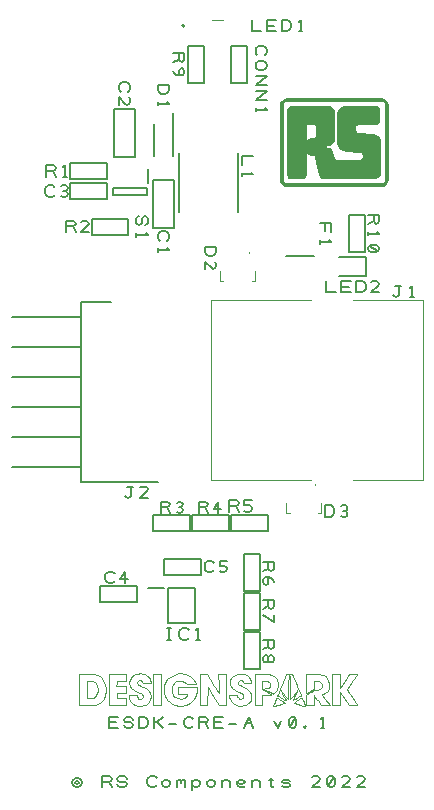
<source format=gbr>
G04 DesignSpark PCB PRO Gerber Version 10.0 Build 5299*
G04 #@! TF.Part,Single*
G04 #@! TF.FileFunction,Legend,Top*
G04 #@! TF.FilePolarity,Positive*
%FSLAX35Y35*%
%MOIN*%
%ADD13C,0.00300*%
%ADD14C,0.00394*%
%ADD10C,0.00500*%
%ADD11C,0.00787*%
%ADD12C,0.00800*%
G04 #@! TD.AperFunction*
X0Y0D02*
D02*
D10*
X18873Y203925D02*
X18561Y203612D01*
X17935Y203300D01*
X16998D01*
X16373Y203612D01*
X16061Y203925D01*
X15748Y204550D01*
Y205800D01*
X16061Y206425D01*
X16373Y206737D01*
X16998Y207050D01*
X17935D01*
X18561Y206737D01*
X18873Y206425D01*
X21061Y203612D02*
X21685Y203300D01*
X22311D01*
X22935Y203612D01*
X23248Y204237D01*
X22935Y204862D01*
X22311Y205175D01*
X21685D01*
X22311D02*
X22935Y205487D01*
X23248Y206112D01*
X22935Y206737D01*
X22311Y207050D01*
X21685D01*
X21061Y206737D01*
X16142Y209993D02*
Y213743D01*
X18329D01*
X18954Y213430D01*
X19267Y212805D01*
X18954Y212180D01*
X18329Y211868D01*
X16142D01*
X18329D02*
X19267Y209993D01*
X21767D02*
X23017D01*
X22392D02*
Y213743D01*
X21767Y213118D01*
X22835Y191489D02*
Y195239D01*
X25022D01*
X25647Y194926D01*
X25960Y194301D01*
X25647Y193676D01*
X25022Y193364D01*
X22835D01*
X25022D02*
X25960Y191489D01*
X30335D02*
X27835D01*
X30022Y193676D01*
X30335Y194301D01*
X30022Y194926D01*
X29397Y195239D01*
X28460D01*
X27835Y194926D01*
X24165Y202468D02*
Y207768D01*
X36465D01*
Y202468D01*
X24165D01*
Y209161D02*
Y214461D01*
X36465D01*
Y209161D01*
X24165D01*
X24803Y7699D02*
Y8012D01*
X25116Y8949D01*
X25428Y9262D01*
X26053Y9574D01*
X26678D01*
X27303Y9262D01*
X27616Y8949D01*
X27928Y8012D01*
Y7699D01*
X27616Y7074D01*
X27303Y6762D01*
X26678Y6449D01*
X26053D01*
X25428Y6762D01*
X25116Y7074D01*
X24803Y7699D01*
X26991D02*
X26366Y7387D01*
X25741Y7699D01*
Y8324D01*
X26366Y8637D01*
X26991Y8324D01*
X34803Y6449D02*
Y10199D01*
X36991D01*
X37616Y9887D01*
X37928Y9262D01*
X37616Y8637D01*
X36991Y8324D01*
X34803D01*
X36991D02*
X37928Y6449D01*
X39803Y7387D02*
X40116Y6762D01*
X40741Y6449D01*
X41991D01*
X42616Y6762D01*
X42928Y7387D01*
X42616Y8012D01*
X41991Y8324D01*
X40741D01*
X40116Y8637D01*
X39803Y9262D01*
X40116Y9887D01*
X40741Y10199D01*
X41991D01*
X42616Y9887D01*
X42928Y9262D01*
X52928Y7074D02*
X52616Y6762D01*
X51991Y6449D01*
X51053D01*
X50428Y6762D01*
X50116Y7074D01*
X49803Y7699D01*
Y8949D01*
X50116Y9574D01*
X50428Y9887D01*
X51053Y10199D01*
X51991D01*
X52616Y9887D01*
X52928Y9574D01*
X54803Y7387D02*
X55116Y6762D01*
X55741Y6449D01*
X56366D01*
X56991Y6762D01*
X57303Y7387D01*
Y8012D01*
X56991Y8637D01*
X56366Y8949D01*
X55741D01*
X55116Y8637D01*
X54803Y8012D01*
Y7387D01*
X59803Y6449D02*
Y8949D01*
Y8637D02*
X60116Y8949D01*
X60741D01*
X61053Y8637D01*
Y7699D01*
Y8637D02*
X61366Y8949D01*
X61991D01*
X62303Y8637D01*
Y6449D01*
X64803Y8949D02*
Y5512D01*
Y7387D02*
X65116Y6762D01*
X65741Y6449D01*
X66366D01*
X66991Y6762D01*
X67303Y7387D01*
Y8012D01*
X66991Y8637D01*
X66366Y8949D01*
X65741D01*
X65116Y8637D01*
X64803Y8012D01*
Y7387D01*
X69803D02*
X70116Y6762D01*
X70741Y6449D01*
X71366D01*
X71991Y6762D01*
X72303Y7387D01*
Y8012D01*
X71991Y8637D01*
X71366Y8949D01*
X70741D01*
X70116Y8637D01*
X69803Y8012D01*
Y7387D01*
X74803Y6449D02*
Y8949D01*
Y8012D02*
X75116Y8637D01*
X75741Y8949D01*
X76366D01*
X76991Y8637D01*
X77303Y8012D01*
Y6449D01*
X82303Y6762D02*
X81991Y6449D01*
X81366D01*
X80741D01*
X80116Y6762D01*
X79803Y7387D01*
Y8324D01*
X80116Y8637D01*
X80741Y8949D01*
X81366D01*
X81991Y8637D01*
X82303Y8324D01*
Y8012D01*
X81991Y7699D01*
X81366Y7387D01*
X80741D01*
X80116Y7699D01*
X79803Y8012D01*
X84803Y6449D02*
Y8949D01*
Y8012D02*
X85116Y8637D01*
X85741Y8949D01*
X86366D01*
X86991Y8637D01*
X87303Y8012D01*
Y6449D01*
X90324Y8949D02*
X91782D01*
X91053Y9574D02*
Y6762D01*
X91366Y6449D01*
X91678D01*
X91991Y6762D01*
X94803D02*
X95428Y6449D01*
X96678D01*
X97303Y6762D01*
Y7387D01*
X96678Y7699D01*
X95428D01*
X94803Y8012D01*
Y8637D01*
X95428Y8949D01*
X96678D01*
X97303Y8637D01*
X107303Y6449D02*
X104803D01*
X106991Y8637D01*
X107303Y9262D01*
X106991Y9887D01*
X106366Y10199D01*
X105428D01*
X104803Y9887D01*
X110116Y6762D02*
X110741Y6449D01*
X111366D01*
X111991Y6762D01*
X112303Y7387D01*
Y9262D01*
X111991Y9887D01*
X111366Y10199D01*
X110741D01*
X110116Y9887D01*
X109803Y9262D01*
Y7387D01*
X110116Y6762D01*
X111991Y9887D01*
X117303Y6449D02*
X114803D01*
X116991Y8637D01*
X117303Y9262D01*
X116991Y9887D01*
X116366Y10199D01*
X115428D01*
X114803Y9887D01*
X122303Y6449D02*
X119803D01*
X121991Y8637D01*
X122303Y9262D01*
X121991Y9887D01*
X121366Y10199D01*
X120428D01*
X119803Y9887D01*
X31252Y190657D02*
Y195957D01*
X43552D01*
Y190657D01*
X31252D01*
X38952Y75165D02*
X38639Y74852D01*
X38014Y74539D01*
X37077D01*
X36452Y74852D01*
X36139Y75165D01*
X35827Y75789D01*
Y77039D01*
X36139Y77665D01*
X36452Y77977D01*
X37077Y78289D01*
X38014D01*
X38639Y77977D01*
X38952Y77665D01*
X42389Y74539D02*
Y78289D01*
X40827Y75789D01*
X43327D01*
X37008Y26134D02*
Y29884D01*
X40133D01*
X39508Y28009D02*
X37008D01*
Y26134D02*
X40133D01*
X42008Y27072D02*
X42320Y26447D01*
X42945Y26134D01*
X44195D01*
X44820Y26447D01*
X45133Y27072D01*
X44820Y27697D01*
X44195Y28009D01*
X42945D01*
X42320Y28322D01*
X42008Y28947D01*
X42320Y29572D01*
X42945Y29884D01*
X44195D01*
X44820Y29572D01*
X45133Y28947D01*
X47008Y26134D02*
Y29884D01*
X48883D01*
X49508Y29572D01*
X49820Y29259D01*
X50133Y28634D01*
Y27384D01*
X49820Y26759D01*
X49508Y26447D01*
X48883Y26134D01*
X47008D01*
X52008D02*
Y29884D01*
Y28009D02*
X52945D01*
X55133Y29884D01*
X52945Y28009D02*
X55133Y26134D01*
X57008Y27384D02*
X59508D01*
X65133Y26759D02*
X64820Y26447D01*
X64195Y26134D01*
X63258D01*
X62633Y26447D01*
X62320Y26759D01*
X62008Y27384D01*
Y28634D01*
X62320Y29259D01*
X62633Y29572D01*
X63258Y29884D01*
X64195D01*
X64820Y29572D01*
X65133Y29259D01*
X67008Y26134D02*
Y29884D01*
X69195D01*
X69820Y29572D01*
X70133Y28947D01*
X69820Y28322D01*
X69195Y28009D01*
X67008D01*
X69195D02*
X70133Y26134D01*
X72008D02*
Y29884D01*
X75133D01*
X74508Y28009D02*
X72008D01*
Y26134D02*
X75133D01*
X77008Y27384D02*
X79508D01*
X82008Y26134D02*
X83570Y29884D01*
X85133Y26134D01*
X82633Y27697D02*
X84508D01*
X92008Y28634D02*
X93258Y26134D01*
X94508Y28634D01*
X97320Y26447D02*
X97945Y26134D01*
X98570D01*
X99195Y26447D01*
X99508Y27072D01*
Y28947D01*
X99195Y29572D01*
X98570Y29884D01*
X97945D01*
X97320Y29572D01*
X97008Y28947D01*
Y27072D01*
X97320Y26447D01*
X99195Y29572D01*
X102320Y26134D02*
X102633Y26447D01*
X102320Y26759D01*
X102008Y26447D01*
X102320Y26134D01*
X107633D02*
X108883D01*
X108258D02*
Y29884D01*
X107633Y29259D01*
X40933Y238213D02*
X40620Y238526D01*
X40307Y239151D01*
Y240089D01*
X40620Y240713D01*
X40933Y241026D01*
X41557Y241339D01*
X42807D01*
X43433Y241026D01*
X43745Y240713D01*
X44057Y240089D01*
Y239151D01*
X43745Y238526D01*
X43433Y238213D01*
X40307Y233839D02*
Y236339D01*
X42495Y234151D01*
X43120Y233839D01*
X43745Y234151D01*
X44057Y234776D01*
Y235713D01*
X43745Y236339D01*
X42520Y103531D02*
X42832Y103219D01*
X43457Y102906D01*
X44082Y103219D01*
X44395Y103531D01*
Y106656D01*
X45020D01*
X44395D02*
X43145D01*
X50020Y102906D02*
X47520D01*
X49707Y105094D01*
X50020Y105719D01*
X49707Y106344D01*
X49082Y106656D01*
X48145D01*
X47520Y106344D01*
X47151Y196850D02*
X46526Y196538D01*
X46213Y195913D01*
Y194663D01*
X46526Y194038D01*
X47151Y193725D01*
X47776Y194038D01*
X48088Y194663D01*
Y195913D01*
X48401Y196538D01*
X49026Y196850D01*
X49651Y196538D01*
X49963Y195913D01*
Y194663D01*
X49651Y194038D01*
X49026Y193725D01*
X46213Y191225D02*
Y189975D01*
Y190600D02*
X49963D01*
X49338Y191225D01*
X45626Y216409D02*
Y232409D01*
X38626D01*
Y216409D01*
X45626D01*
X46307Y73496D02*
Y68196D01*
X34007D01*
Y73496D01*
X46307D01*
X51618Y208787D02*
Y192787D01*
X58618D01*
Y208787D01*
X51618D01*
X51724Y91838D02*
Y97138D01*
X64024D01*
Y91838D01*
X51724D01*
X53925Y188607D02*
X53612Y188920D01*
X53300Y189545D01*
Y190482D01*
X53612Y191107D01*
X53925Y191420D01*
X54550Y191732D01*
X55800D01*
X56425Y191420D01*
X56737Y191107D01*
X57050Y190482D01*
Y189545D01*
X56737Y188920D01*
X56425Y188607D01*
X53300Y186107D02*
Y184857D01*
Y185482D02*
X57050D01*
X56425Y186107D01*
X53300Y240551D02*
X57050D01*
Y238676D01*
X56737Y238051D01*
X56425Y237739D01*
X55800Y237426D01*
X54550D01*
X53925Y237739D01*
X53612Y238051D01*
X53300Y238676D01*
Y240551D01*
Y234926D02*
Y233676D01*
Y234301D02*
X57050D01*
X56425Y234926D01*
X54311Y97862D02*
Y101612D01*
X56498D01*
X57123Y101300D01*
X57436Y100675D01*
X57123Y100050D01*
X56498Y99737D01*
X54311D01*
X56498D02*
X57436Y97862D01*
X59623Y98175D02*
X60248Y97862D01*
X60873D01*
X61498Y98175D01*
X61811Y98800D01*
X61498Y99425D01*
X60873Y99737D01*
X60248D01*
X60873D02*
X61498Y100050D01*
X61811Y100675D01*
X61498Y101300D01*
X60873Y101612D01*
X60248D01*
X59623Y101300D01*
X56375Y55662D02*
X57625D01*
X57000D02*
Y59412D01*
X56375D02*
X57625D01*
X63563Y56287D02*
X63250Y55974D01*
X62625Y55662D01*
X61687D01*
X61063Y55974D01*
X60750Y56287D01*
X60437Y56912D01*
Y58162D01*
X60750Y58787D01*
X61063Y59100D01*
X61687Y59412D01*
X62625D01*
X63250Y59100D01*
X63563Y58787D01*
X66063Y55662D02*
X67313D01*
X66687D02*
Y59412D01*
X66063Y58787D01*
X58418Y251181D02*
X62168D01*
Y248994D01*
X61856Y248369D01*
X61230Y248056D01*
X60606Y248369D01*
X60293Y248994D01*
Y251181D01*
Y248994D02*
X58418Y248056D01*
Y245244D02*
X58730Y244619D01*
X59356Y243994D01*
X60293Y243681D01*
X61230D01*
X61856Y243994D01*
X62168Y244619D01*
Y245244D01*
X61856Y245869D01*
X61230Y246181D01*
X60606Y245869D01*
X60293Y245244D01*
Y244619D01*
X60606Y243994D01*
X61230Y243681D01*
X63492Y253394D02*
X68792D01*
Y241094D01*
X63492D01*
Y253394D01*
X64716Y91838D02*
Y97138D01*
X77016D01*
Y91838D01*
X64716D01*
X66909Y97862D02*
Y101612D01*
X69096D01*
X69722Y101300D01*
X70034Y100675D01*
X69722Y100050D01*
X69096Y99737D01*
X66909D01*
X69096D02*
X70034Y97862D01*
X73472D02*
Y101612D01*
X71909Y99112D01*
X74409D01*
X67567Y82571D02*
Y77271D01*
X55267D01*
Y82571D01*
X67567D01*
X69048Y186614D02*
X72798D01*
Y184739D01*
X72485Y184114D01*
X72173Y183802D01*
X71548Y183489D01*
X70298D01*
X69673Y183802D01*
X69360Y184114D01*
X69048Y184739D01*
Y186614D01*
Y179114D02*
Y181614D01*
X71235Y179427D01*
X71860Y179114D01*
X72485Y179427D01*
X72798Y180052D01*
Y180989D01*
X72485Y181614D01*
X72023Y78728D02*
X71710Y78415D01*
X71085Y78103D01*
X70148D01*
X69523Y78415D01*
X69210Y78728D01*
X68898Y79353D01*
Y80603D01*
X69210Y81228D01*
X69523Y81541D01*
X70148Y81853D01*
X71085D01*
X71710Y81541D01*
X72023Y81228D01*
X73898Y78415D02*
X74523Y78103D01*
X75460D01*
X76085Y78415D01*
X76398Y79041D01*
Y79353D01*
X76085Y79978D01*
X75460Y80291D01*
X73898D01*
Y81853D01*
X76398D01*
X77145Y98256D02*
Y102006D01*
X79333D01*
X79958Y101694D01*
X80270Y101069D01*
X79958Y100444D01*
X79333Y100131D01*
X77145D01*
X79333D02*
X80270Y98256D01*
X82145Y98569D02*
X82770Y98256D01*
X83708D01*
X84333Y98569D01*
X84645Y99194D01*
Y99506D01*
X84333Y100131D01*
X83708Y100444D01*
X82145D01*
Y102006D01*
X84645D01*
X77708Y91838D02*
Y97138D01*
X90008D01*
Y91838D01*
X77708D01*
X85002Y216929D02*
X81252D01*
Y213804D01*
Y211304D02*
Y210054D01*
Y210679D02*
X85002D01*
X84378Y211304D01*
X81996Y58098D02*
X87296D01*
Y45798D01*
X81996D01*
Y58098D01*
Y71091D02*
X87296D01*
Y58791D01*
X81996D01*
Y71091D01*
Y84083D02*
X87296D01*
Y71783D01*
X81996D01*
Y84083D01*
X82965Y241094D02*
X77665D01*
Y253394D01*
X82965D01*
Y241094D01*
X84646Y262168D02*
Y258418D01*
X87771D01*
X89646D02*
Y262168D01*
X92771D01*
X92146Y260293D02*
X89646D01*
Y258418D02*
X92771D01*
X94646D02*
Y262168D01*
X96521D01*
X97146Y261856D01*
X97458Y261543D01*
X97771Y260918D01*
Y259668D01*
X97458Y259043D01*
X97146Y258730D01*
X96521Y258418D01*
X94646D01*
X100271D02*
X101521D01*
X100896D02*
Y262168D01*
X100271Y261543D01*
X86528Y250418D02*
X86215Y250731D01*
X85902Y251356D01*
Y252293D01*
X86215Y252918D01*
X86528Y253231D01*
X87152Y253543D01*
X88402D01*
X89028Y253231D01*
X89340Y252918D01*
X89652Y252293D01*
Y251356D01*
X89340Y250731D01*
X89028Y250418D01*
X87152Y248543D02*
X88402D01*
X89028Y248231D01*
X89340Y247918D01*
X89652Y247293D01*
Y246668D01*
X89340Y246043D01*
X89028Y245731D01*
X88402Y245418D01*
X87152D01*
X86528Y245731D01*
X86215Y246043D01*
X85902Y246668D01*
Y247293D01*
X86215Y247918D01*
X86528Y248231D01*
X87152Y248543D01*
X85902Y243543D02*
X89652D01*
X85902Y240418D01*
X89652D01*
X85902Y238543D02*
X89652D01*
X85902Y235418D01*
X89652D01*
X85902Y232918D02*
Y231668D01*
Y232293D02*
X89652D01*
X89028Y232918D01*
X88339Y55512D02*
X92089D01*
Y53324D01*
X91777Y52699D01*
X91152Y52387D01*
X90527Y52699D01*
X90214Y53324D01*
Y55512D01*
Y53324D02*
X88339Y52387D01*
X90214Y49574D02*
Y48949D01*
X90527Y48324D01*
X91152Y48012D01*
X91777Y48324D01*
X92089Y48949D01*
Y49574D01*
X91777Y50199D01*
X91152Y50512D01*
X90527Y50199D01*
X90214Y49574D01*
X89902Y50199D01*
X89277Y50512D01*
X88652Y50199D01*
X88339Y49574D01*
Y48949D01*
X88652Y48324D01*
X89277Y48012D01*
X89902Y48324D01*
X90214Y48949D01*
X88339Y68898D02*
X92089D01*
Y66710D01*
X91777Y66085D01*
X91152Y65772D01*
X90527Y66085D01*
X90214Y66710D01*
Y68898D01*
Y66710D02*
X88339Y65772D01*
Y63898D02*
X92089Y61398D01*
Y63898D01*
X88339Y81496D02*
X92089D01*
Y79309D01*
X91777Y78683D01*
X91152Y78371D01*
X90527Y78683D01*
X90214Y79309D01*
Y81496D01*
Y79309D02*
X88339Y78371D01*
X89277Y76496D02*
X89902Y76183D01*
X90214Y75559D01*
Y74933D01*
X89902Y74309D01*
X89277Y73996D01*
X88652Y74309D01*
X88339Y74933D01*
Y75559D01*
X88652Y76183D01*
X89277Y76496D01*
X90214D01*
X91152Y76183D01*
X91777Y75559D01*
X92089Y74933D01*
X96870Y210356D02*
Y232046D01*
X96944Y232589D01*
X97174Y232982D01*
X97565Y233220D01*
X98125Y233300D01*
X109813D01*
X110757Y233117D01*
X111460Y232629D01*
X111897Y231927D01*
X112048Y231104D01*
Y222515D01*
X111896Y221698D01*
X111480Y221039D01*
X110857Y220579D01*
X110087Y220357D01*
X109420Y220211D01*
X109271Y220049D01*
X109224Y219769D01*
X109267Y219551D01*
X109415Y219407D01*
X110165Y219220D01*
X110559Y219123D01*
X110901Y218911D01*
X111342Y218279D01*
X112205Y215965D01*
X112543Y215352D01*
X112906Y215143D01*
X113499Y215063D01*
X120559D01*
X121131Y215141D01*
X121549Y215367D01*
X121805Y215725D01*
X121893Y216200D01*
Y217063D01*
X121829Y217506D01*
X121618Y217872D01*
X121230Y218128D01*
X120637Y218240D01*
X116362Y218436D01*
X115259Y218721D01*
X114362Y219304D01*
X113759Y220129D01*
X113539Y221142D01*
Y230712D01*
X113701Y231764D01*
X114161Y232511D01*
X114879Y232957D01*
X115813Y233104D01*
X125854D01*
X126453Y233025D01*
X126854Y232791D01*
X127078Y232409D01*
X127148Y231889D01*
Y228672D01*
X127071Y228106D01*
X126829Y227702D01*
X126403Y227459D01*
X125775Y227378D01*
X120324D01*
X119792Y227290D01*
X119426Y227055D01*
X119215Y226716D01*
X119147Y226319D01*
Y225221D01*
X119241Y224819D01*
X119520Y224505D01*
X119974Y224294D01*
X120598Y224201D01*
X125108Y223927D01*
X126067Y223659D01*
X126839Y223049D01*
X127353Y222211D01*
X127540Y221260D01*
Y211415D01*
X127484Y210909D01*
X127328Y210478D01*
X126780Y209832D01*
X126034Y209457D01*
X125226Y209337D01*
X109067D01*
X108508Y209376D01*
X108062Y209533D01*
X107727Y209866D01*
X107498Y210435D01*
X106087Y216200D01*
X105930Y216670D01*
X105689Y217014D01*
X105265Y217226D01*
X104557Y217298D01*
X104069Y217366D01*
X103684Y217573D01*
X103432Y217927D01*
X103341Y218436D01*
Y221456D01*
X103417Y221965D01*
X103650Y222319D01*
X104053Y222526D01*
X104635Y222593D01*
X105420D01*
X105900Y222702D01*
X106229Y222990D01*
X106418Y223404D01*
X106479Y223887D01*
Y226358D01*
X106394Y226828D01*
X106150Y227172D01*
X105767Y227384D01*
X105263Y227457D01*
X102596D01*
Y210474D01*
X102477Y209932D01*
X102174Y209582D01*
X101769Y209393D01*
X101341Y209337D01*
X98085D01*
X97548Y209408D01*
X97169Y209611D01*
X96944Y209932D01*
X96870Y210356D01*
G36*
X96870Y210356D02*
Y232046D01*
X96944Y232589D01*
X97174Y232982D01*
X97565Y233220D01*
X98125Y233300D01*
X109813D01*
X110757Y233117D01*
X111460Y232629D01*
X111897Y231927D01*
X112048Y231104D01*
Y222515D01*
X111896Y221698D01*
X111480Y221039D01*
X110857Y220579D01*
X110087Y220357D01*
X109420Y220211D01*
X109271Y220049D01*
X109224Y219769D01*
X109267Y219551D01*
X109415Y219407D01*
X110165Y219220D01*
X110559Y219123D01*
X110901Y218911D01*
X111342Y218279D01*
X112205Y215965D01*
X112543Y215352D01*
X112906Y215143D01*
X113499Y215063D01*
X120559D01*
X121131Y215141D01*
X121549Y215367D01*
X121805Y215725D01*
X121893Y216200D01*
Y217063D01*
X121829Y217506D01*
X121618Y217872D01*
X121230Y218128D01*
X120637Y218240D01*
X116362Y218436D01*
X115259Y218721D01*
X114362Y219304D01*
X113759Y220129D01*
X113539Y221142D01*
Y230712D01*
X113701Y231764D01*
X114161Y232511D01*
X114879Y232957D01*
X115813Y233104D01*
X125854D01*
X126453Y233025D01*
X126854Y232791D01*
X127078Y232409D01*
X127148Y231889D01*
Y228672D01*
X127071Y228106D01*
X126829Y227702D01*
X126403Y227459D01*
X125775Y227378D01*
X120324D01*
X119792Y227290D01*
X119426Y227055D01*
X119215Y226716D01*
X119147Y226319D01*
Y225221D01*
X119241Y224819D01*
X119520Y224505D01*
X119974Y224294D01*
X120598Y224201D01*
X125108Y223927D01*
X126067Y223659D01*
X126839Y223049D01*
X127353Y222211D01*
X127540Y221260D01*
Y211415D01*
X127484Y210909D01*
X127328Y210478D01*
X126780Y209832D01*
X126034Y209457D01*
X125226Y209337D01*
X109067D01*
X108508Y209376D01*
X108062Y209533D01*
X107727Y209866D01*
X107498Y210435D01*
X106087Y216200D01*
X105930Y216670D01*
X105689Y217014D01*
X105265Y217226D01*
X104557Y217298D01*
X104069Y217366D01*
X103684Y217573D01*
X103432Y217927D01*
X103341Y218436D01*
Y221456D01*
X103417Y221965D01*
X103650Y222319D01*
X104053Y222526D01*
X104635Y222593D01*
X105420D01*
X105900Y222702D01*
X106229Y222990D01*
X106418Y223404D01*
X106479Y223887D01*
Y226358D01*
X106394Y226828D01*
X106150Y227172D01*
X105767Y227384D01*
X105263Y227457D01*
X102596D01*
Y210474D01*
X102477Y209932D01*
X102174Y209582D01*
X101769Y209393D01*
X101341Y209337D01*
X98085D01*
X97548Y209408D01*
X97169Y209611D01*
X96944Y209932D01*
X96870Y210356D01*
G37*
X107237Y194488D02*
X110987D01*
Y191363D01*
X109112Y191988D02*
Y194488D01*
X107237Y188863D02*
Y187613D01*
Y188238D02*
X110987D01*
X110362Y188863D01*
X109055Y96607D02*
Y100357D01*
X110930D01*
X111555Y100044D01*
X111868Y99732D01*
X112180Y99107D01*
Y97857D01*
X111868Y97232D01*
X111555Y96919D01*
X110930Y96607D01*
X109055D01*
X114368Y96919D02*
X114993Y96607D01*
X115618D01*
X116243Y96919D01*
X116555Y97544D01*
X116243Y98169D01*
X115618Y98482D01*
X114993D01*
X115618D02*
X116243Y98794D01*
X116555Y99419D01*
X116243Y100044D01*
X115618Y100357D01*
X114993D01*
X114368Y100044D01*
X109449Y175160D02*
Y171410D01*
X112574D01*
X114449D02*
Y175160D01*
X117574D01*
X116949Y173285D02*
X114449D01*
Y171410D02*
X117574D01*
X119449D02*
Y175160D01*
X121324D01*
X121949Y174848D01*
X122261Y174535D01*
X122574Y173910D01*
Y172660D01*
X122261Y172035D01*
X121949Y171722D01*
X121324Y171410D01*
X119449D01*
X126949D02*
X124449D01*
X126636Y173598D01*
X126949Y174222D01*
X126636Y174848D01*
X126011Y175160D01*
X125074D01*
X124449Y174848D01*
X122335Y184795D02*
X117035D01*
Y197095D01*
X122335D01*
Y184795D01*
X123378Y197244D02*
X127128D01*
Y195057D01*
X126816Y194431D01*
X126191Y194119D01*
X125566Y194431D01*
X125254Y195057D01*
Y197244D01*
Y195057D02*
X123378Y194119D01*
Y191619D02*
Y190369D01*
Y190994D02*
X127128D01*
X126504Y191619D01*
X123691Y186931D02*
X123378Y186307D01*
Y185681D01*
X123691Y185057D01*
X124316Y184744D01*
X126191D01*
X126816Y185057D01*
X127128Y185681D01*
Y186307D01*
X126816Y186931D01*
X126191Y187244D01*
X124316D01*
X123691Y186931D01*
X126816Y185057D01*
X131890Y170460D02*
X132202Y170148D01*
X132827Y169835D01*
X133452Y170148D01*
X133765Y170460D01*
Y173585D01*
X134390D01*
X133765D02*
X132515D01*
X137515Y169835D02*
X138765D01*
X138140D02*
Y173585D01*
X137515Y172960D01*
D02*
D11*
X27559Y113189D02*
X4567D01*
X27559Y123189D02*
X4567D01*
X27559Y133189D02*
X4567D01*
X27559Y143189D02*
X4567D01*
X27559Y153189D02*
X4567D01*
X27559Y163189D02*
X4567D01*
X49803Y206299D02*
Y203937D01*
X38386D01*
Y206299D01*
X49803D01*
X49926Y72815D02*
X55437D01*
X50000Y212402D02*
Y207677D01*
X51969Y227343D02*
Y216752D01*
X53543Y108189D02*
X27559D01*
Y168189D01*
X37559D01*
X56815Y72815D02*
X65870D01*
Y61004D01*
X56815D01*
Y72815D01*
X58268Y231201D02*
Y216752D01*
X60236Y217717D02*
Y198031D01*
X61811Y259843D02*
Y260630D02*
G75*
G03*
Y259843I0J-394D01*
G01*
Y260630D02*
G75*
G02*
Y259843I0J-394D01*
G01*
X79921Y198031D02*
Y217717D01*
X105465Y183465D02*
X96110D01*
X113583Y176673D02*
X122736D01*
Y183169D01*
X113583D01*
D02*
D12*
X127815Y206698D02*
X128689Y206875D01*
X129403Y207356D01*
X129884Y208070D01*
X130061Y208944D01*
Y233575D01*
X129884Y234449D01*
X129403Y235163D01*
X128689Y235645D01*
X127815Y235821D01*
X96595D01*
X95721Y235645D01*
X95007Y235163D01*
X94525Y234449D01*
X94349Y233575D01*
Y208944D01*
X94525Y208070D01*
X95007Y207356D01*
X95721Y206875D01*
X96595Y206698D01*
X127815D01*
X129368Y233576D02*
X129246Y234180D01*
X128913Y234674D01*
X128419Y235006D01*
X127815Y235128D01*
X96595D01*
X95991Y235006D01*
X95497Y234674D01*
X95164Y234180D01*
X95042Y233576D01*
Y208945D01*
X95164Y208341D01*
X95497Y207847D01*
X95991Y207514D01*
X96595Y207392D01*
X127815D01*
X128419Y207514D01*
X128913Y207847D01*
X129246Y208341D01*
X129368Y208945D01*
Y233576D01*
D02*
D13*
X26990Y33770D02*
Y44196D01*
X29643Y44153D01*
X30000Y44148D01*
X31071Y44124D01*
X31956Y44080D01*
X32502Y44006D01*
X32813Y43919D01*
X32914Y43882D01*
X33267Y43752D01*
X34248Y43143D01*
X35216Y42057D01*
X35806Y40645D01*
X36006Y39357D01*
Y38506D01*
X35824Y37243D01*
X35276Y35887D01*
X34348Y34844D01*
X33379Y34238D01*
X33031Y34099D01*
X32930Y34060D01*
X32617Y33961D01*
X32087Y33881D01*
X31194Y33839D01*
X30071Y33815D01*
X29698Y33810D01*
X26990Y33770D01*
X31638Y36204D02*
X31820Y36254D01*
X32337Y36517D01*
X32844Y37023D01*
X33166Y37735D01*
X33298Y38431D01*
X33311Y38664D01*
X33330Y39017D01*
X33195Y40087D01*
X32667Y41090D01*
X31711Y41684D01*
X30669Y41880D01*
X29724D01*
Y36083D01*
X30463Y36085D01*
X30626D01*
X31113Y36121D01*
X31577Y36188D01*
X31638Y36204D01*
X37052Y33787D02*
Y44177D01*
X42847D01*
Y41886D01*
X41235Y41855D01*
X39622Y41825D01*
X39590Y41033D01*
X39557Y40239D01*
X42739D01*
Y37833D01*
X39558D01*
X39590Y36986D01*
X39622Y36138D01*
X41235Y36108D01*
X42847Y36077D01*
Y33787D01*
X37052D01*
X46100Y33680D02*
X45837Y33746D01*
X45094Y34115D01*
X44308Y34818D01*
X43796Y35724D01*
X43613Y36501D01*
Y37177D01*
X45102D01*
X45655Y37173D01*
X46052Y37144D01*
X46227Y37070D01*
X46282Y36968D01*
X46293Y36931D01*
X46337Y36776D01*
X46560Y36244D01*
X46846Y35945D01*
X46922Y35905D01*
X46996Y35867D01*
X47251Y35804D01*
X47566Y35825D01*
X47850Y35949D01*
X48085Y36153D01*
X48250Y36417D01*
X48330Y36719D01*
X48306Y37037D01*
X48207Y37283D01*
X48159Y37352D01*
X48137Y37383D01*
X47996Y37485D01*
X47668Y37677D01*
X47224Y37906D01*
X46840Y38086D01*
X46710Y38143D01*
X46354Y38298D01*
X45319Y38842D01*
X44424Y39537D01*
X43945Y40314D01*
X43804Y41022D01*
Y41477D01*
X43917Y42136D01*
X44263Y42877D01*
X44850Y43494D01*
X45469Y43899D01*
X45691Y44002D01*
X45792Y44051D01*
X46103Y44184D01*
X46455Y44285D01*
X46863Y44330D01*
X47297Y44339D01*
X47580D01*
X47998Y44328D01*
X48401Y44288D01*
X48733Y44202D01*
X48997Y44098D01*
X49082Y44057D01*
X49267Y43970D01*
X49788Y43630D01*
X50329Y43087D01*
X50698Y42435D01*
X50869Y41870D01*
X50895Y41676D01*
X50969Y41114D01*
X48333D01*
X48207Y41498D01*
X48169Y41609D01*
X47895Y41965D01*
X47450Y42098D01*
X47187D01*
X46840Y41950D01*
X46534Y41591D01*
X46448Y41150D01*
X46571Y40826D01*
X46648Y40757D01*
X46674Y40733D01*
X46833Y40637D01*
X47195Y40438D01*
X47683Y40185D01*
X48103Y39978D01*
X48244Y39910D01*
X48592Y39743D01*
X49609Y39173D01*
X50450Y38474D01*
X50876Y37688D01*
X50992Y36936D01*
Y36685D01*
X50991Y36448D01*
X50882Y35737D01*
X50552Y34959D01*
X49992Y34339D01*
X49406Y33956D01*
X49196Y33862D01*
X49055Y33799D01*
X48572Y33703D01*
X47699Y33610D01*
X46801Y33598D01*
X46268Y33638D01*
X46100Y33680D01*
X51706Y33787D02*
Y44177D01*
X54441D01*
Y33787D01*
X51706D01*
X59263Y33741D02*
X58990Y33815D01*
X58203Y34156D01*
X57260Y34786D01*
X56462Y35610D01*
X55965Y36342D01*
X55836Y36603D01*
X55769Y36738D01*
X55578Y37148D01*
X55434Y37566D01*
X55365Y38022D01*
X55337Y38517D01*
X55332Y38681D01*
X55322Y38920D01*
X55343Y39638D01*
X55461Y40450D01*
X55702Y41171D01*
X55970Y41693D01*
X56076Y41855D01*
X56414Y42376D01*
X57931Y43615D01*
X60296Y44349D01*
X62773Y44023D01*
X64522Y43062D01*
X64965Y42605D01*
X65057Y42509D01*
X65300Y42186D01*
X65648Y41643D01*
X65921Y41128D01*
X66032Y40874D01*
Y40769D01*
X65647Y40707D01*
X64833Y40677D01*
X63091D01*
X62803Y41054D01*
X62680Y41214D01*
X62178Y41591D01*
X61357Y41911D01*
X60467Y41985D01*
X59825Y41872D01*
X59635Y41784D01*
X59504Y41726D01*
X59144Y41476D01*
X58697Y41035D01*
X58333Y40511D01*
X58138Y40099D01*
X58096Y39955D01*
X58030Y39728D01*
X57967Y39007D01*
X58095Y38052D01*
X58452Y37190D01*
X58848Y36657D01*
X59013Y36519D01*
X59213Y36354D01*
X59951Y36020D01*
X60994Y35906D01*
X62005Y36167D01*
X62676Y36599D01*
X62844Y36791D01*
X62927Y36887D01*
X63154Y37191D01*
X63124Y37404D01*
X62656Y37490D01*
X61906Y37505D01*
X60128D01*
Y39692D01*
X66360D01*
Y38591D01*
X66067Y37239D01*
X65245Y35677D01*
X63982Y34471D01*
X62788Y33846D01*
X62365Y33736D01*
X62191Y33691D01*
X61654Y33620D01*
X60809Y33582D01*
X59966Y33623D01*
X59434Y33696D01*
X59263Y33741D01*
X67345Y33787D02*
Y44183D01*
X68514Y44152D01*
X69683Y44121D01*
X71626Y40963D01*
X71816Y40656D01*
X72385Y39733D01*
X73019Y38714D01*
X73459Y38013D01*
X73630Y37747D01*
X73641Y37738D01*
X73662Y37969D01*
X73667Y38645D01*
X73657Y39665D01*
X73639Y40609D01*
X73632Y40922D01*
X73552Y44177D01*
X76094D01*
Y33780D01*
X73742Y33842D01*
X71828Y36897D01*
X69914Y39954D01*
X69857Y33787D01*
X67345D01*
X79856Y33674D02*
X79574Y33735D01*
X78765Y34088D01*
X77922Y34781D01*
X77380Y35692D01*
X77187Y36493D01*
Y37177D01*
X79785D01*
X79853Y36750D01*
X79868Y36655D01*
X79987Y36377D01*
X80235Y36060D01*
X80557Y35839D01*
X80819Y35756D01*
X80985D01*
X81224Y35838D01*
X81505Y35999D01*
X81554Y36039D01*
X81620Y36096D01*
X81822Y36352D01*
X81890Y36654D01*
Y36852D01*
X81828Y37142D01*
X81593Y37460D01*
X81109Y37775D01*
X80507Y38065D01*
X80304Y38153D01*
X79984Y38292D01*
X79054Y38765D01*
X78205Y39357D01*
X77680Y40001D01*
X77442Y40569D01*
X77400Y40765D01*
X77363Y40942D01*
X77343Y41489D01*
X77485Y42177D01*
X77820Y42818D01*
X78198Y43268D01*
X78343Y43395D01*
X78602Y43622D01*
X79566Y44092D01*
X80982Y44328D01*
X82371Y44102D01*
X83282Y43639D01*
X83516Y43412D01*
X83658Y43274D01*
X84130Y42624D01*
X84356Y41886D01*
X84375Y41703D01*
X84436Y41114D01*
X81939D01*
X81723Y41578D01*
X81682Y41665D01*
X81478Y41961D01*
X81228Y42120D01*
X81165Y42137D01*
X81047Y42170D01*
X80657Y42135D01*
X80231Y41896D01*
X79976Y41504D01*
X79944Y41144D01*
X79980Y41039D01*
X79997Y40989D01*
X80098Y40851D01*
X80373Y40634D01*
X80883Y40338D01*
X81501Y40016D01*
X81708Y39911D01*
X82081Y39723D01*
X83167Y39087D01*
X84039Y38328D01*
X84439Y37486D01*
X84506Y36678D01*
X84488Y36411D01*
X84481Y36307D01*
X84388Y35773D01*
X84241Y35315D01*
X84207Y35247D01*
X84148Y35133D01*
X83916Y34816D01*
X83515Y34412D01*
X83050Y34075D01*
X82687Y33883D01*
X82560Y33839D01*
X82420Y33789D01*
X81974Y33705D01*
X81221Y33627D01*
X80462Y33613D01*
X80004Y33643D01*
X79856Y33674D01*
X85609Y33787D02*
Y44201D01*
X88152Y44152D01*
X88495Y44146D01*
X89528Y44119D01*
X90377Y44072D01*
X90901Y43993D01*
X91207Y43902D01*
X91306Y43864D01*
X91494Y43791D01*
X92311Y43223D01*
X92939Y42406D01*
X93033Y42207D01*
X93073Y42123D01*
X93179Y41862D01*
X93266Y41538D01*
X93306Y41151D01*
X93316Y40754D01*
Y40621D01*
X93315Y40491D01*
X93303Y40097D01*
X93261Y39707D01*
X93174Y39377D01*
X93069Y39114D01*
X93030Y39029D01*
X92973Y38908D01*
X92759Y38567D01*
X92406Y38107D01*
X92061Y37756D01*
X91876Y37615D01*
X91771D01*
X91643Y37682D01*
X91254Y37864D01*
X90704Y38134D01*
X90215Y38380D01*
X90054Y38462D01*
X88397Y39310D01*
X89312Y39369D01*
X89440Y39377D01*
X89825Y39411D01*
X90139Y39472D01*
X90346Y39585D01*
X90497Y39730D01*
X90543Y39781D01*
X90603Y39849D01*
X90791Y40159D01*
X90857Y40496D01*
Y40755D01*
X90745Y41191D01*
X90394Y41584D01*
X89776Y41808D01*
X89090Y41880D01*
X88861D01*
X88124Y41880D01*
Y39307D01*
X89703Y38324D01*
X89854Y38230D01*
X90309Y37945D01*
X90739Y37659D01*
X90991Y37452D01*
X91061Y37309D01*
X90945Y37217D01*
X90642Y37159D01*
X90148Y37124D01*
X89633Y37101D01*
X89463Y37094D01*
X88124Y37041D01*
Y33787D01*
X85609D01*
X91767Y33705D02*
X91787Y33754D01*
X91994Y34261D01*
X92276Y34957D01*
X92333Y35099D01*
X92391Y35242D01*
X92654Y35860D01*
X92822Y36218D01*
X92833Y36230D01*
X92843Y36243D01*
X92972Y36196D01*
X93295Y36039D01*
X93753Y35780D01*
X94162Y35533D01*
X94298Y35448D01*
X95683Y34573D01*
X95320Y34460D01*
X95201Y34423D01*
X94844Y34312D01*
X94285Y34139D01*
X93685Y33954D01*
X93091Y33773D01*
X92547Y33609D01*
X92098Y33474D01*
X91791Y33383D01*
X91698Y33349D01*
X91668D01*
X91677Y33454D01*
X91746Y33657D01*
X91767Y33705D01*
X94548Y36144D02*
X94412Y36214D01*
X94007Y36431D01*
X93563Y36685D01*
X93264Y36881D01*
X93154Y36963D01*
Y37073D01*
X93265Y37320D01*
X93569Y38116D01*
X94019Y39257D01*
X94429Y40285D01*
X94568Y40626D01*
X95982Y44121D01*
X96440Y44156D01*
X96897Y44189D01*
X96818Y40438D01*
X96809Y40066D01*
X96781Y38949D01*
X96741Y37667D01*
X96702Y36731D01*
X96678Y36332D01*
X96669Y36276D01*
X96599Y35867D01*
X95507Y37241D01*
X95400Y37377D01*
X95075Y37780D01*
X94706Y38232D01*
X94437Y38548D01*
X94326Y38673D01*
X94311Y38682D01*
X94359Y38506D01*
X94565Y38093D01*
X94623Y37989D01*
X94774Y37717D01*
X95224Y36894D01*
X95656Y36091D01*
X95911Y35599D01*
X95981Y35433D01*
X95976Y35434D01*
X95856Y35492D01*
X95544Y35644D01*
X95092Y35871D01*
X94684Y36076D01*
X94548Y36144D01*
X98637Y36385D02*
X98701Y36501D01*
X99084Y37192D01*
X99452Y37846D01*
X99507Y37943D01*
X99563Y38041D01*
X99780Y38459D01*
X99874Y38694D01*
X99862Y38706D01*
X99793D01*
X99788Y38699D01*
X99783Y38694D01*
X99682Y38568D01*
X99423Y38243D01*
X99049Y37774D01*
X98712Y37350D01*
X98599Y37209D01*
X97447Y35766D01*
X97377Y38959D01*
X97369Y39290D01*
X97344Y40280D01*
X97306Y41512D01*
X97271Y42520D01*
X97248Y43025D01*
X97240Y43164D01*
X97174Y44177D01*
X98137D01*
X99597Y40564D01*
X99738Y40213D01*
X100159Y39158D01*
X100615Y38000D01*
X100916Y37212D01*
X101020Y36918D01*
X101015Y36912D01*
X100996Y36895D01*
X100876Y36833D01*
X100557Y36668D01*
X100118Y36446D01*
X99620Y36199D01*
X99122Y35954D01*
X98685Y35742D01*
X98368Y35593D01*
X98266Y35537D01*
X98233D01*
X98325Y35787D01*
X98572Y36268D01*
X98637Y36385D01*
X100449Y33948D02*
X100270Y34004D01*
X99731Y34176D01*
X99139Y34369D01*
X98730Y34508D01*
X98574Y34565D01*
X98569Y34570D01*
X98658Y34655D01*
X98938Y34852D01*
X99364Y35134D01*
X99759Y35387D01*
X99892Y35469D01*
X100024Y35553D01*
X100424Y35799D01*
X100868Y36064D01*
X101173Y36235D01*
X101291Y36293D01*
X101296Y36287D01*
X101313Y36268D01*
X101365Y36148D01*
X101504Y35825D01*
X101690Y35380D01*
X101898Y34874D01*
X102102Y34366D01*
X102278Y33917D01*
X102403Y33591D01*
X102449Y33481D01*
Y33427D01*
X102425Y33377D01*
X102219Y33405D01*
X101627Y33578D01*
X100743Y33856D01*
X100449Y33948D01*
X102778Y33787D02*
Y37270D01*
X104128Y38099D01*
X104319Y38217D01*
X104900Y38565D01*
X105384Y38812D01*
X105746Y38909D01*
X106053Y38926D01*
X106302D01*
X106743Y38974D01*
X107156Y39063D01*
X107208Y39085D01*
X107335Y39138D01*
X107667Y39426D01*
X107946Y39939D01*
X108019Y40536D01*
X107924Y40995D01*
X107856Y41128D01*
X107794Y41246D01*
X107193Y41679D01*
X106259Y41877D01*
X106031D01*
X105294Y41880D01*
Y39037D01*
X104092Y38435D01*
X103975Y38376D01*
X103621Y38202D01*
X103227Y38010D01*
X102951Y37881D01*
X102864Y37833D01*
X102828D01*
X102813Y38085D01*
X102794Y38769D01*
X102783Y39781D01*
X102778Y40708D01*
Y44199D01*
X105266Y44150D01*
X105686Y44143D01*
X106950Y44093D01*
X108028Y43976D01*
X108729Y43754D01*
X109156Y43488D01*
X109284Y43382D01*
X109544Y43169D01*
X110129Y42290D01*
X110498Y40931D01*
X110369Y39526D01*
X109944Y38552D01*
X109726Y38292D01*
X109655Y38210D01*
X109401Y38000D01*
X108962Y37709D01*
X108522Y37486D01*
X108276Y37396D01*
X108152D01*
X108028Y37311D01*
Y37239D01*
X108130Y37109D01*
X108413Y36722D01*
X108830Y36180D01*
X109211Y35697D01*
X109340Y35537D01*
X109467Y35379D01*
X109850Y34899D01*
X110266Y34367D01*
X110548Y33998D01*
X110652Y33884D01*
Y33837D01*
X110224Y33804D01*
X109455Y33787D01*
X107746D01*
X106622Y35370D01*
X106511Y35526D01*
X106177Y35991D01*
X105797Y36507D01*
X105523Y36869D01*
X105410Y37008D01*
X105396Y37017D01*
X105321Y36613D01*
X105294Y35729D01*
Y33787D01*
X102778D01*
X111417Y33786D02*
Y44177D01*
X114038D01*
X114067Y41811D01*
X114097Y39445D01*
X115573Y41808D01*
X117050Y44171D01*
X118389Y44173D01*
X118573Y44174D01*
X119335Y44159D01*
X119730Y44131D01*
Y44066D01*
X119596Y43899D01*
X119233Y43337D01*
X118696Y42520D01*
X118204Y41779D01*
X118040Y41532D01*
X116350Y38999D01*
X116546Y38717D01*
X116572Y38679D01*
X116742Y38435D01*
X117133Y37876D01*
X117662Y37119D01*
X118119Y36466D01*
X118271Y36248D01*
X118421Y36033D01*
X118872Y35388D01*
X119375Y34663D01*
X119730Y34150D01*
X119869Y33943D01*
X119881Y33924D01*
X119885Y33916D01*
X119849Y33858D01*
X119630Y33816D01*
X119180Y33794D01*
X118633Y33787D01*
X116940D01*
X114097Y38313D01*
X114067Y36050D01*
X114038Y33786D01*
X111417D01*
D02*
D14*
X71260Y262205D02*
X75197D01*
Y175000D02*
X74173D01*
Y178346D01*
X83858Y184252D02*
Y184646D02*
G75*
G03*
Y184252I0J-197D01*
G01*
Y184646D02*
G75*
G02*
Y184252I0J-197D01*
G01*
X85669Y178346D02*
Y175000D01*
X84646D01*
X97244Y97835D02*
X96220D01*
Y101181D01*
X104449Y108760D02*
X70984D01*
Y168760D01*
X104449D01*
X105906Y107087D02*
Y107480D02*
G75*
G03*
Y107087I0J-197D01*
G01*
Y107480D02*
G75*
G02*
Y107087I0J-197D01*
G01*
X107717Y101181D02*
Y97835D01*
X106693D01*
X118228Y108760D02*
X141850D01*
Y168760D01*
X118228D01*
X0Y0D02*
M02*

</source>
